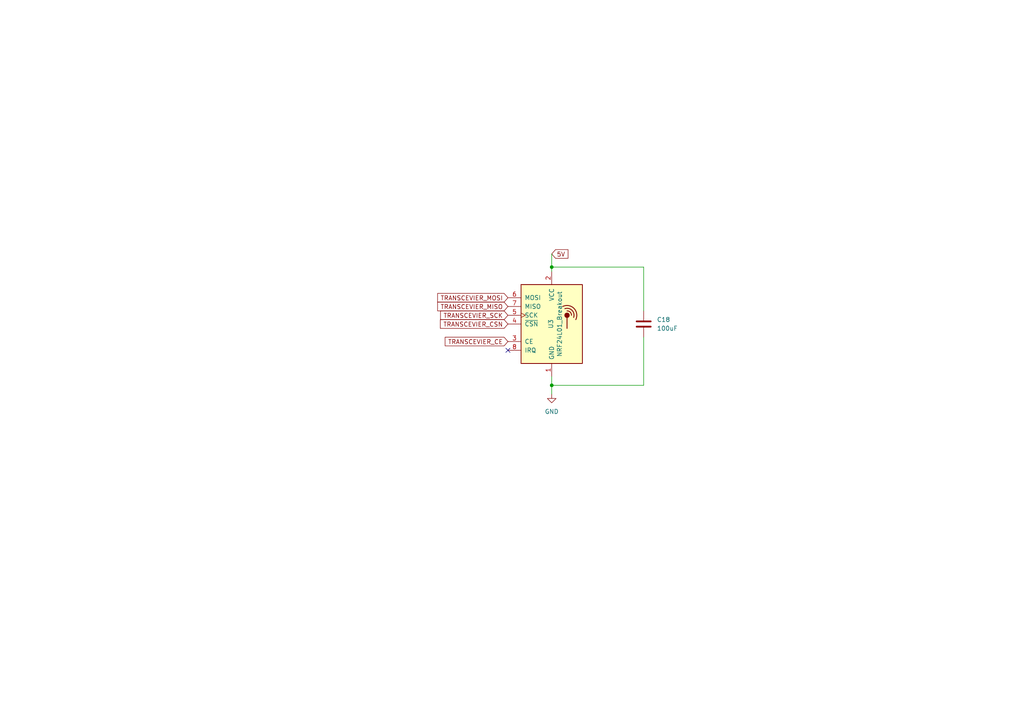
<source format=kicad_sch>
(kicad_sch
	(version 20250114)
	(generator "eeschema")
	(generator_version "9.0")
	(uuid "d9f1d8ed-9098-4b7e-b099-35659981dd48")
	(paper "A4")
	(lib_symbols
		(symbol "Device:C"
			(pin_numbers
				(hide yes)
			)
			(pin_names
				(offset 0.254)
			)
			(exclude_from_sim no)
			(in_bom yes)
			(on_board yes)
			(property "Reference" "C"
				(at 0.635 2.54 0)
				(effects
					(font
						(size 1.27 1.27)
					)
					(justify left)
				)
			)
			(property "Value" "C"
				(at 0.635 -2.54 0)
				(effects
					(font
						(size 1.27 1.27)
					)
					(justify left)
				)
			)
			(property "Footprint" ""
				(at 0.9652 -3.81 0)
				(effects
					(font
						(size 1.27 1.27)
					)
					(hide yes)
				)
			)
			(property "Datasheet" "~"
				(at 0 0 0)
				(effects
					(font
						(size 1.27 1.27)
					)
					(hide yes)
				)
			)
			(property "Description" "Unpolarized capacitor"
				(at 0 0 0)
				(effects
					(font
						(size 1.27 1.27)
					)
					(hide yes)
				)
			)
			(property "ki_keywords" "cap capacitor"
				(at 0 0 0)
				(effects
					(font
						(size 1.27 1.27)
					)
					(hide yes)
				)
			)
			(property "ki_fp_filters" "C_*"
				(at 0 0 0)
				(effects
					(font
						(size 1.27 1.27)
					)
					(hide yes)
				)
			)
			(symbol "C_0_1"
				(polyline
					(pts
						(xy -2.032 0.762) (xy 2.032 0.762)
					)
					(stroke
						(width 0.508)
						(type default)
					)
					(fill
						(type none)
					)
				)
				(polyline
					(pts
						(xy -2.032 -0.762) (xy 2.032 -0.762)
					)
					(stroke
						(width 0.508)
						(type default)
					)
					(fill
						(type none)
					)
				)
			)
			(symbol "C_1_1"
				(pin passive line
					(at 0 3.81 270)
					(length 2.794)
					(name "~"
						(effects
							(font
								(size 1.27 1.27)
							)
						)
					)
					(number "1"
						(effects
							(font
								(size 1.27 1.27)
							)
						)
					)
				)
				(pin passive line
					(at 0 -3.81 90)
					(length 2.794)
					(name "~"
						(effects
							(font
								(size 1.27 1.27)
							)
						)
					)
					(number "2"
						(effects
							(font
								(size 1.27 1.27)
							)
						)
					)
				)
			)
			(embedded_fonts no)
		)
		(symbol "RF:NRF24L01_Breakout"
			(pin_names
				(offset 1.016)
			)
			(exclude_from_sim no)
			(in_bom yes)
			(on_board yes)
			(property "Reference" "U"
				(at -8.89 12.7 0)
				(effects
					(font
						(size 1.27 1.27)
					)
					(justify left)
				)
			)
			(property "Value" "NRF24L01_Breakout"
				(at 3.81 12.7 0)
				(effects
					(font
						(size 1.27 1.27)
					)
					(justify left)
				)
			)
			(property "Footprint" "RF_Module:nRF24L01_Breakout"
				(at 3.81 15.24 0)
				(effects
					(font
						(size 1.27 1.27)
						(italic yes)
					)
					(justify left)
					(hide yes)
				)
			)
			(property "Datasheet" "http://www.nordicsemi.com/eng/content/download/2730/34105/file/nRF24L01_Product_Specification_v2_0.pdf"
				(at 0 -2.54 0)
				(effects
					(font
						(size 1.27 1.27)
					)
					(hide yes)
				)
			)
			(property "Description" "Ultra low power 2.4GHz RF Transceiver, Carrier PCB"
				(at 0 0 0)
				(effects
					(font
						(size 1.27 1.27)
					)
					(hide yes)
				)
			)
			(property "ki_keywords" "Low Power RF Transceiver breakout carrier"
				(at 0 0 0)
				(effects
					(font
						(size 1.27 1.27)
					)
					(hide yes)
				)
			)
			(property "ki_fp_filters" "nRF24L01*Breakout*"
				(at 0 0 0)
				(effects
					(font
						(size 1.27 1.27)
					)
					(hide yes)
				)
			)
			(symbol "NRF24L01_Breakout_0_1"
				(rectangle
					(start -8.89 11.43)
					(end 8.89 -11.43)
					(stroke
						(width 0.254)
						(type default)
					)
					(fill
						(type background)
					)
				)
				(arc
					(start 3.175 5.08)
					(mid 6.453 4.548)
					(end 6.985 1.27)
					(stroke
						(width 0.254)
						(type default)
					)
					(fill
						(type none)
					)
				)
				(circle
					(center 4.445 2.54)
					(radius 0.635)
					(stroke
						(width 0.254)
						(type default)
					)
					(fill
						(type outline)
					)
				)
				(polyline
					(pts
						(xy 4.445 1.905) (xy 4.445 -1.27)
					)
					(stroke
						(width 0.254)
						(type default)
					)
					(fill
						(type none)
					)
				)
				(arc
					(start 3.81 4.445)
					(mid 5.8835 3.9785)
					(end 6.35 1.905)
					(stroke
						(width 0.254)
						(type default)
					)
					(fill
						(type none)
					)
				)
				(arc
					(start 4.445 3.81)
					(mid 5.3558 3.4508)
					(end 5.715 2.54)
					(stroke
						(width 0.254)
						(type default)
					)
					(fill
						(type none)
					)
				)
			)
			(symbol "NRF24L01_Breakout_1_1"
				(pin input line
					(at -12.7 7.62 0)
					(length 3.81)
					(name "MOSI"
						(effects
							(font
								(size 1.27 1.27)
							)
						)
					)
					(number "6"
						(effects
							(font
								(size 1.27 1.27)
							)
						)
					)
				)
				(pin output line
					(at -12.7 5.08 0)
					(length 3.81)
					(name "MISO"
						(effects
							(font
								(size 1.27 1.27)
							)
						)
					)
					(number "7"
						(effects
							(font
								(size 1.27 1.27)
							)
						)
					)
				)
				(pin input clock
					(at -12.7 2.54 0)
					(length 3.81)
					(name "SCK"
						(effects
							(font
								(size 1.27 1.27)
							)
						)
					)
					(number "5"
						(effects
							(font
								(size 1.27 1.27)
							)
						)
					)
				)
				(pin input line
					(at -12.7 0 0)
					(length 3.81)
					(name "~{CSN}"
						(effects
							(font
								(size 1.27 1.27)
							)
						)
					)
					(number "4"
						(effects
							(font
								(size 1.27 1.27)
							)
						)
					)
				)
				(pin input line
					(at -12.7 -5.08 0)
					(length 3.81)
					(name "CE"
						(effects
							(font
								(size 1.27 1.27)
							)
						)
					)
					(number "3"
						(effects
							(font
								(size 1.27 1.27)
							)
						)
					)
				)
				(pin output line
					(at -12.7 -7.62 0)
					(length 3.81)
					(name "IRQ"
						(effects
							(font
								(size 1.27 1.27)
							)
						)
					)
					(number "8"
						(effects
							(font
								(size 1.27 1.27)
							)
						)
					)
				)
				(pin power_in line
					(at 0 15.24 270)
					(length 3.81)
					(name "VCC"
						(effects
							(font
								(size 1.27 1.27)
							)
						)
					)
					(number "2"
						(effects
							(font
								(size 1.27 1.27)
							)
						)
					)
				)
				(pin power_in line
					(at 0 -15.24 90)
					(length 3.81)
					(name "GND"
						(effects
							(font
								(size 1.27 1.27)
							)
						)
					)
					(number "1"
						(effects
							(font
								(size 1.27 1.27)
							)
						)
					)
				)
			)
			(embedded_fonts no)
		)
		(symbol "power:GND"
			(power)
			(pin_numbers
				(hide yes)
			)
			(pin_names
				(offset 0)
				(hide yes)
			)
			(exclude_from_sim no)
			(in_bom yes)
			(on_board yes)
			(property "Reference" "#PWR"
				(at 0 -6.35 0)
				(effects
					(font
						(size 1.27 1.27)
					)
					(hide yes)
				)
			)
			(property "Value" "GND"
				(at 0 -3.81 0)
				(effects
					(font
						(size 1.27 1.27)
					)
				)
			)
			(property "Footprint" ""
				(at 0 0 0)
				(effects
					(font
						(size 1.27 1.27)
					)
					(hide yes)
				)
			)
			(property "Datasheet" ""
				(at 0 0 0)
				(effects
					(font
						(size 1.27 1.27)
					)
					(hide yes)
				)
			)
			(property "Description" "Power symbol creates a global label with name \"GND\" , ground"
				(at 0 0 0)
				(effects
					(font
						(size 1.27 1.27)
					)
					(hide yes)
				)
			)
			(property "ki_keywords" "global power"
				(at 0 0 0)
				(effects
					(font
						(size 1.27 1.27)
					)
					(hide yes)
				)
			)
			(symbol "GND_0_1"
				(polyline
					(pts
						(xy 0 0) (xy 0 -1.27) (xy 1.27 -1.27) (xy 0 -2.54) (xy -1.27 -1.27) (xy 0 -1.27)
					)
					(stroke
						(width 0)
						(type default)
					)
					(fill
						(type none)
					)
				)
			)
			(symbol "GND_1_1"
				(pin power_in line
					(at 0 0 270)
					(length 0)
					(name "~"
						(effects
							(font
								(size 1.27 1.27)
							)
						)
					)
					(number "1"
						(effects
							(font
								(size 1.27 1.27)
							)
						)
					)
				)
			)
			(embedded_fonts no)
		)
	)
	(junction
		(at 160.02 111.76)
		(diameter 0)
		(color 0 0 0 0)
		(uuid "b9dedd14-d2f1-433b-8348-8d11a15b7bb1")
	)
	(junction
		(at 160.02 77.47)
		(diameter 0)
		(color 0 0 0 0)
		(uuid "cb9c6cb3-6cfe-49d4-88cc-8844be8cb3db")
	)
	(no_connect
		(at 147.32 101.6)
		(uuid "cd3e0f08-bb7f-41ed-97bd-aac49f92cd48")
	)
	(wire
		(pts
			(xy 160.02 111.76) (xy 160.02 109.22)
		)
		(stroke
			(width 0)
			(type default)
		)
		(uuid "0d6191cb-936f-4cb3-9850-297f7bbe9f1d")
	)
	(wire
		(pts
			(xy 160.02 73.66) (xy 160.02 77.47)
		)
		(stroke
			(width 0)
			(type default)
		)
		(uuid "1a207a88-e543-4532-9474-a1283b2eeddf")
	)
	(wire
		(pts
			(xy 186.69 77.47) (xy 186.69 90.17)
		)
		(stroke
			(width 0)
			(type default)
		)
		(uuid "1a2c8f2a-e8c8-48c3-b33d-e0237fbf3107")
	)
	(wire
		(pts
			(xy 160.02 77.47) (xy 186.69 77.47)
		)
		(stroke
			(width 0)
			(type default)
		)
		(uuid "46ac13d2-1496-4789-8ac8-d2a039c9930f")
	)
	(wire
		(pts
			(xy 160.02 77.47) (xy 160.02 78.74)
		)
		(stroke
			(width 0)
			(type default)
		)
		(uuid "47ebb4ab-59f3-4103-bfd2-a9d6584bd2d4")
	)
	(wire
		(pts
			(xy 186.69 111.76) (xy 160.02 111.76)
		)
		(stroke
			(width 0)
			(type default)
		)
		(uuid "4b790906-2afa-45e5-9b56-743d1877d75c")
	)
	(wire
		(pts
			(xy 186.69 97.79) (xy 186.69 111.76)
		)
		(stroke
			(width 0)
			(type default)
		)
		(uuid "990bb0dc-0012-41ac-af4d-4856ccc4c9f6")
	)
	(wire
		(pts
			(xy 160.02 114.3) (xy 160.02 111.76)
		)
		(stroke
			(width 0)
			(type default)
		)
		(uuid "e79fc5bf-482d-42f1-bb41-6c3d750d68fb")
	)
	(global_label "TRANSCEVIER_CE"
		(shape input)
		(at 147.32 99.06 180)
		(fields_autoplaced yes)
		(effects
			(font
				(size 1.27 1.27)
			)
			(justify right)
		)
		(uuid "0f99457d-cc2e-491c-b381-744d96f5d6e2")
		(property "Intersheetrefs" "${INTERSHEET_REFS}"
			(at 128.5506 99.06 0)
			(effects
				(font
					(size 1.27 1.27)
				)
				(justify right)
				(hide yes)
			)
		)
	)
	(global_label "5V"
		(shape input)
		(at 160.02 73.66 0)
		(fields_autoplaced yes)
		(effects
			(font
				(size 1.27 1.27)
			)
			(justify left)
		)
		(uuid "1e0cc571-bf94-47e8-87b3-fff1d2c575a0")
		(property "Intersheetrefs" "${INTERSHEET_REFS}"
			(at 165.3033 73.66 0)
			(effects
				(font
					(size 1.27 1.27)
				)
				(justify left)
				(hide yes)
			)
		)
	)
	(global_label "TRANSCEVIER_SCK"
		(shape input)
		(at 147.32 91.44 180)
		(fields_autoplaced yes)
		(effects
			(font
				(size 1.27 1.27)
			)
			(justify right)
		)
		(uuid "4e10e5c8-9c91-46f9-8b3c-2afaf4238bdf")
		(property "Intersheetrefs" "${INTERSHEET_REFS}"
			(at 127.2201 91.44 0)
			(effects
				(font
					(size 1.27 1.27)
				)
				(justify right)
				(hide yes)
			)
		)
	)
	(global_label "TRANSCEVIER_CSN"
		(shape input)
		(at 147.32 93.98 180)
		(fields_autoplaced yes)
		(effects
			(font
				(size 1.27 1.27)
			)
			(justify right)
		)
		(uuid "71b0b96b-62cc-42bc-8e65-0e551e669609")
		(property "Intersheetrefs" "${INTERSHEET_REFS}"
			(at 127.1596 93.98 0)
			(effects
				(font
					(size 1.27 1.27)
				)
				(justify right)
				(hide yes)
			)
		)
	)
	(global_label "TRANSCEVIER_MOSI"
		(shape input)
		(at 147.32 86.36 180)
		(fields_autoplaced yes)
		(effects
			(font
				(size 1.27 1.27)
			)
			(justify right)
		)
		(uuid "a9ec44af-6ced-4456-b87e-b46b0beaf7a9")
		(property "Intersheetrefs" "${INTERSHEET_REFS}"
			(at 126.3734 86.36 0)
			(effects
				(font
					(size 1.27 1.27)
				)
				(justify right)
				(hide yes)
			)
		)
	)
	(global_label "TRANSCEVIER_MISO"
		(shape input)
		(at 147.32 88.9 180)
		(fields_autoplaced yes)
		(effects
			(font
				(size 1.27 1.27)
			)
			(justify right)
		)
		(uuid "ec86c626-5587-4bc7-9b1f-696e35af6061")
		(property "Intersheetrefs" "${INTERSHEET_REFS}"
			(at 126.3734 88.9 0)
			(effects
				(font
					(size 1.27 1.27)
				)
				(justify right)
				(hide yes)
			)
		)
	)
	(symbol
		(lib_id "RF:NRF24L01_Breakout")
		(at 160.02 93.98 0)
		(unit 1)
		(exclude_from_sim no)
		(in_bom yes)
		(on_board yes)
		(dnp no)
		(uuid "2e44b301-3d78-4078-be66-946e765ca7c7")
		(property "Reference" "U3"
			(at 159.766 93.98 90)
			(effects
				(font
					(size 1.27 1.27)
				)
			)
		)
		(property "Value" "NRF24L01_Breakout"
			(at 162.306 93.98 90)
			(effects
				(font
					(size 1.27 1.27)
				)
			)
		)
		(property "Footprint" "RF_Module:nRF24L01_Breakout"
			(at 163.83 78.74 0)
			(effects
				(font
					(size 1.27 1.27)
					(italic yes)
				)
				(justify left)
				(hide yes)
			)
		)
		(property "Datasheet" "http://www.nordicsemi.com/eng/content/download/2730/34105/file/nRF24L01_Product_Specification_v2_0.pdf"
			(at 160.02 96.52 0)
			(effects
				(font
					(size 1.27 1.27)
				)
				(hide yes)
			)
		)
		(property "Description" "Ultra low power 2.4GHz RF Transceiver, Carrier PCB"
			(at 160.02 93.98 0)
			(effects
				(font
					(size 1.27 1.27)
				)
				(hide yes)
			)
		)
		(pin "7"
			(uuid "2c44aa3c-dc15-4c3e-b41d-a0457a1ade76")
		)
		(pin "1"
			(uuid "a1ec692e-e353-44d7-8101-9343099a6764")
		)
		(pin "5"
			(uuid "fa2cfcdb-66b4-4819-abcc-71f465cf7be6")
		)
		(pin "4"
			(uuid "3994c553-f3cb-4df5-bbd1-4d38ab573561")
		)
		(pin "2"
			(uuid "ace756e6-3fad-4db7-8555-a8e034cda934")
		)
		(pin "3"
			(uuid "bc37db88-8966-4f43-a0d2-75c32a667031")
		)
		(pin "8"
			(uuid "a53dfd2c-3644-46c9-b9b9-ca1dc2ae7053")
		)
		(pin "6"
			(uuid "cc9e70a3-8ed8-4c54-afa7-a36a31a29325")
		)
		(instances
			(project "Car_PCB"
				(path "/c7e35edf-6ffe-40dc-9a4f-72db8dbc3769/e51b5803-8260-4196-bd01-e339766997d0"
					(reference "U3")
					(unit 1)
				)
			)
		)
	)
	(symbol
		(lib_id "power:GND")
		(at 160.02 114.3 0)
		(unit 1)
		(exclude_from_sim no)
		(in_bom yes)
		(on_board yes)
		(dnp no)
		(fields_autoplaced yes)
		(uuid "b8111644-1b7e-46a7-aadf-d3850c338250")
		(property "Reference" "#PWR019"
			(at 160.02 120.65 0)
			(effects
				(font
					(size 1.27 1.27)
				)
				(hide yes)
			)
		)
		(property "Value" "GND"
			(at 160.02 119.38 0)
			(effects
				(font
					(size 1.27 1.27)
				)
			)
		)
		(property "Footprint" ""
			(at 160.02 114.3 0)
			(effects
				(font
					(size 1.27 1.27)
				)
				(hide yes)
			)
		)
		(property "Datasheet" ""
			(at 160.02 114.3 0)
			(effects
				(font
					(size 1.27 1.27)
				)
				(hide yes)
			)
		)
		(property "Description" "Power symbol creates a global label with name \"GND\" , ground"
			(at 160.02 114.3 0)
			(effects
				(font
					(size 1.27 1.27)
				)
				(hide yes)
			)
		)
		(pin "1"
			(uuid "9d68f09a-2bf1-47c6-8ba1-fb504f284441")
		)
		(instances
			(project "Car_PCB"
				(path "/c7e35edf-6ffe-40dc-9a4f-72db8dbc3769/e51b5803-8260-4196-bd01-e339766997d0"
					(reference "#PWR019")
					(unit 1)
				)
			)
		)
	)
	(symbol
		(lib_id "Device:C")
		(at 186.69 93.98 0)
		(unit 1)
		(exclude_from_sim no)
		(in_bom yes)
		(on_board yes)
		(dnp no)
		(fields_autoplaced yes)
		(uuid "f5f1ea14-8ea7-48f3-bb3d-96adaf413e66")
		(property "Reference" "C18"
			(at 190.5 92.7099 0)
			(effects
				(font
					(size 1.27 1.27)
				)
				(justify left)
			)
		)
		(property "Value" "100uF"
			(at 190.5 95.2499 0)
			(effects
				(font
					(size 1.27 1.27)
				)
				(justify left)
			)
		)
		(property "Footprint" "Capacitor_THT:CP_Radial_D4.0mm_P2.00mm"
			(at 187.6552 97.79 0)
			(effects
				(font
					(size 1.27 1.27)
				)
				(hide yes)
			)
		)
		(property "Datasheet" "~"
			(at 186.69 93.98 0)
			(effects
				(font
					(size 1.27 1.27)
				)
				(hide yes)
			)
		)
		(property "Description" "Unpolarized capacitor"
			(at 186.69 93.98 0)
			(effects
				(font
					(size 1.27 1.27)
				)
				(hide yes)
			)
		)
		(pin "2"
			(uuid "2086190d-e5f5-406a-8c87-86a63354acb0")
		)
		(pin "1"
			(uuid "52e3c782-8eb0-49bc-86e6-0e5acdb47215")
		)
		(instances
			(project ""
				(path "/c7e35edf-6ffe-40dc-9a4f-72db8dbc3769/e51b5803-8260-4196-bd01-e339766997d0"
					(reference "C18")
					(unit 1)
				)
			)
		)
	)
)

</source>
